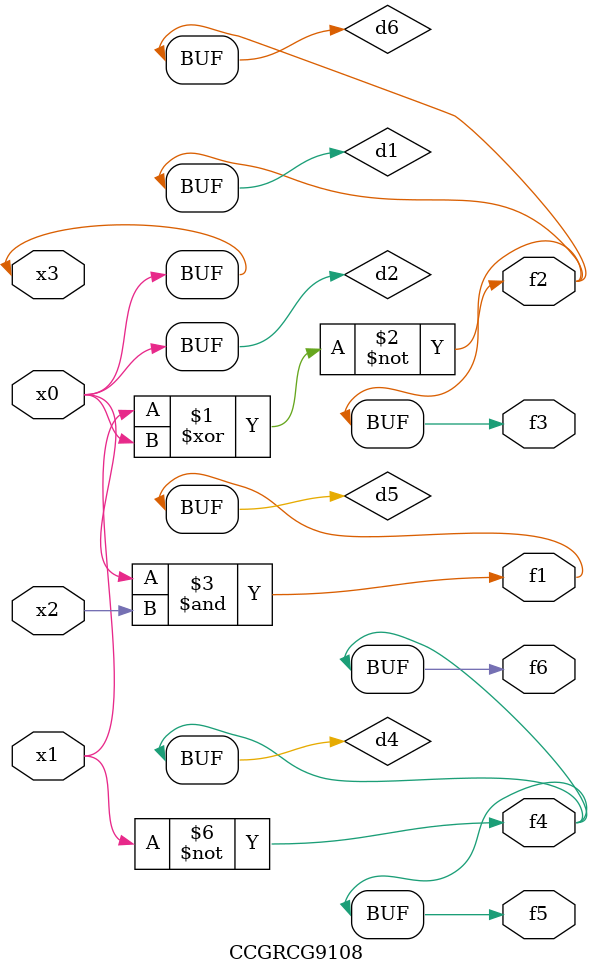
<source format=v>
module CCGRCG9108(
	input x0, x1, x2, x3,
	output f1, f2, f3, f4, f5, f6
);

	wire d1, d2, d3, d4, d5, d6;

	xnor (d1, x1, x3);
	buf (d2, x0, x3);
	nand (d3, x0, x2);
	not (d4, x1);
	nand (d5, d3);
	or (d6, d1);
	assign f1 = d5;
	assign f2 = d6;
	assign f3 = d6;
	assign f4 = d4;
	assign f5 = d4;
	assign f6 = d4;
endmodule

</source>
